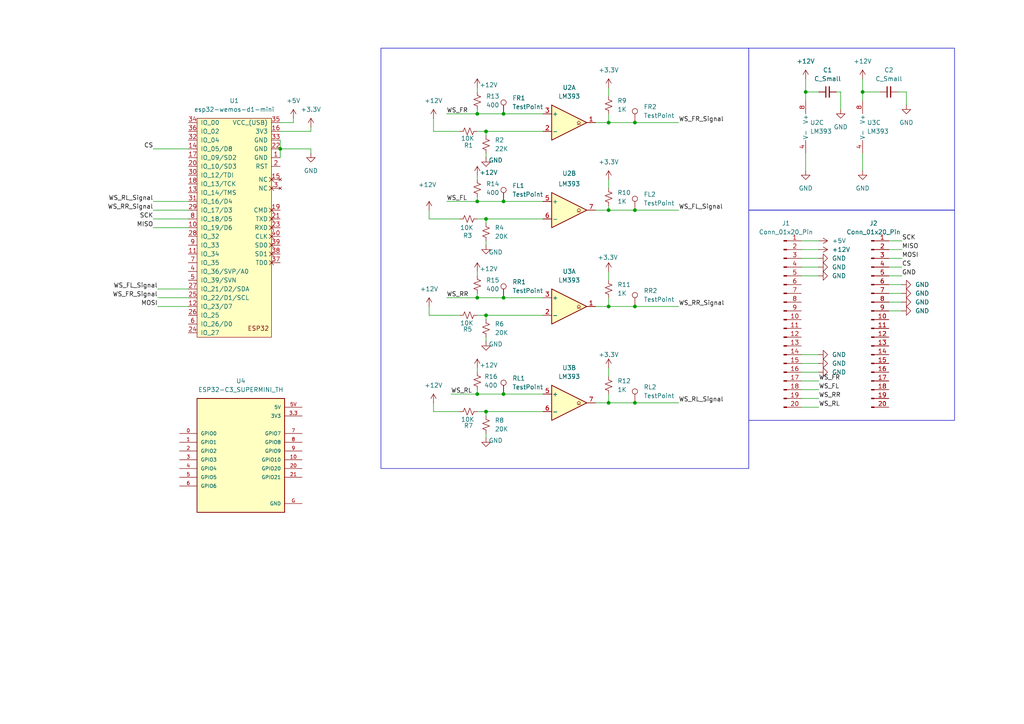
<source format=kicad_sch>
(kicad_sch (version 20250114) (generator "eeschema") (generator_version "9.0")
  (paper "A4")
  (lib_symbols
    (symbol "Comparator:LM393" (pin_names (offset 0.127))
      (property "Reference" "U" (at 3.81 3.81 0))
      (property "Value" "LM393" (at 6.35 -3.81 0))
      (symbol "LM393_1_1"
        (polyline (pts (xy -5.08 5.08) (xy 5.08 0) (xy -5.08 -5.08) (xy -5.08 5.08)) (stroke (width 0.254)) (fill (type background)))
        (polyline (pts (xy 3.302 -0.508) (xy 2.794 -0.508) (xy 3.302 0) (xy 2.794 0.508) (xy 2.286 0) (xy 2.794 -0.508) (xy 2.286 -0.508)) (stroke (width 0.127)))
        (pin input line (at -7.62 2.54 0) (length 2.54) (name "+") (number "3"))
        (pin input line (at -7.62 -2.54 0) (length 2.54) (name "-") (number "2"))
        (pin open_collector line (at 7.62 0 180) (length 2.54) (name "~") (number "1"))
      )
      (symbol "LM393_2_1"
        (polyline (pts (xy -5.08 5.08) (xy 5.08 0) (xy -5.08 -5.08) (xy -5.08 5.08)) (stroke (width 0.254)) (fill (type background)))
        (polyline (pts (xy 3.302 -0.508) (xy 2.794 -0.508) (xy 3.302 0) (xy 2.794 0.508) (xy 2.286 0) (xy 2.794 -0.508) (xy 2.286 -0.508)) (stroke (width 0.127)))
        (pin input line (at -7.62 2.54 0) (length 2.54) (name "+") (number "5"))
        (pin input line (at -7.62 -2.54 0) (length 2.54) (name "-") (number "6"))
        (pin open_collector line (at 7.62 0 180) (length 2.54) (name "~") (number "7"))
      )
      (symbol "LM393_3_1"
        (pin power_in line (at -2.54 7.62 270) (length 3.81) (name "V+") (number "8"))
        (pin power_in line (at -2.54 -7.62 90) (length 3.81) (name "V-") (number "4"))
      )
    )
    (symbol "Connector:Conn_01x20_Pin" (pin_names (offset 1.016) (hide yes))
      (property "Reference" "J" (at 0 25.4 0))
      (property "Value" "Conn_01x20_Pin" (at 0 -27.94 0))
      (symbol "Conn_01x20_Pin_1_1"
        (rectangle (start 0.8636 22.987) (end 0 22.733) (stroke (width 0.1524)) (fill (type outline)))
        (rectangle (start 0.8636 20.447) (end 0 20.193) (stroke (width 0.1524)) (fill (type outline)))
        (rectangle (start 0.8636 17.907) (end 0 17.653) (stroke (width 0.1524)) (fill (type outline)))
        (rectangle (start 0.8636 15.367) (end 0 15.113) (stroke (width 0.1524)) (fill (type outline)))
        (rectangle (start 0.8636 12.827) (end 0 12.573) (stroke (width 0.1524)) (fill (type outline)))
        (rectangle (start 0.8636 10.287) (end 0 10.033) (stroke (width 0.1524)) (fill (type outline)))
        (rectangle (start 0.8636 7.747) (end 0 7.493) (stroke (width 0.1524)) (fill (type outline)))
        (rectangle (start 0.8636 5.207) (end 0 4.953) (stroke (width 0.1524)) (fill (type outline)))
        (rectangle (start 0.8636 2.667) (end 0 2.413) (stroke (width 0.1524)) (fill (type outline)))
        (rectangle (start 0.8636 0.127) (end 0 -0.127) (stroke (width 0.1524)) (fill (type outline)))
        (rectangle (start 0.8636 -2.413) (end 0 -2.667) (stroke (width 0.1524)) (fill (type outline)))
        (rectangle (start 0.8636 -4.953) (end 0 -5.207) (stroke (width 0.1524)) (fill (type outline)))
        (rectangle (start 0.8636 -7.493) (end 0 -7.747) (stroke (width 0.1524)) (fill (type outline)))
        (rectangle (start 0.8636 -10.033) (end 0 -10.287) (stroke (width 0.1524)) (fill (type outline)))
        (rectangle (start 0.8636 -12.573) (end 0 -12.827) (stroke (width 0.1524)) (fill (type outline)))
        (rectangle (start 0.8636 -15.113) (end 0 -15.367) (stroke (width 0.1524)) (fill (type outline)))
        (rectangle (start 0.8636 -17.653) (end 0 -17.907) (stroke (width 0.1524)) (fill (type outline)))
        (rectangle (start 0.8636 -20.193) (end 0 -20.447) (stroke (width 0.1524)) (fill (type outline)))
        (rectangle (start 0.8636 -22.733) (end 0 -22.987) (stroke (width 0.1524)) (fill (type outline)))
        (rectangle (start 0.8636 -25.273) (end 0 -25.527) (stroke (width 0.1524)) (fill (type outline)))
        (polyline (pts (xy 1.27 22.86) (xy 0.8636 22.86)) (stroke (width 0.1524)))
        (polyline (pts (xy 1.27 20.32) (xy 0.8636 20.32)) (stroke (width 0.1524)))
        (polyline (pts (xy 1.27 17.78) (xy 0.8636 17.78)) (stroke (width 0.1524)))
        (polyline (pts (xy 1.27 15.24) (xy 0.8636 15.24)) (stroke (width 0.1524)))
        (polyline (pts (xy 1.27 12.7) (xy 0.8636 12.7)) (stroke (width 0.1524)))
        (polyline (pts (xy 1.27 10.16) (xy 0.8636 10.16)) (stroke (width 0.1524)))
        (polyline (pts (xy 1.27 7.62) (xy 0.8636 7.62)) (stroke (width 0.1524)))
        (polyline (pts (xy 1.27 5.08) (xy 0.8636 5.08)) (stroke (width 0.1524)))
        (polyline (pts (xy 1.27 2.54) (xy 0.8636 2.54)) (stroke (width 0.1524)))
        (polyline (pts (xy 1.27 0) (xy 0.8636 0)) (stroke (width 0.1524)))
        (polyline (pts (xy 1.27 -2.54) (xy 0.8636 -2.54)) (stroke (width 0.1524)))
        (polyline (pts (xy 1.27 -5.08) (xy 0.8636 -5.08)) (stroke (width 0.1524)))
        (polyline (pts (xy 1.27 -7.62) (xy 0.8636 -7.62)) (stroke (width 0.1524)))
        (polyline (pts (xy 1.27 -10.16) (xy 0.8636 -10.16)) (stroke (width 0.1524)))
        (polyline (pts (xy 1.27 -12.7) (xy 0.8636 -12.7)) (stroke (width 0.1524)))
        (polyline (pts (xy 1.27 -15.24) (xy 0.8636 -15.24)) (stroke (width 0.1524)))
        (polyline (pts (xy 1.27 -17.78) (xy 0.8636 -17.78)) (stroke (width 0.1524)))
        (polyline (pts (xy 1.27 -20.32) (xy 0.8636 -20.32)) (stroke (width 0.1524)))
        (polyline (pts (xy 1.27 -22.86) (xy 0.8636 -22.86)) (stroke (width 0.1524)))
        (polyline (pts (xy 1.27 -25.4) (xy 0.8636 -25.4)) (stroke (width 0.1524)))
        (pin passive line (at 5.08 22.86 180) (length 3.81) (name "Pin_1") (number "1"))
        (pin passive line (at 5.08 20.32 180) (length 3.81) (name "Pin_2") (number "2"))
        (pin passive line (at 5.08 17.78 180) (length 3.81) (name "Pin_3") (number "3"))
        (pin passive line (at 5.08 15.24 180) (length 3.81) (name "Pin_4") (number "4"))
        (pin passive line (at 5.08 12.7 180) (length 3.81) (name "Pin_5") (number "5"))
        (pin passive line (at 5.08 10.16 180) (length 3.81) (name "Pin_6") (number "6"))
        (pin passive line (at 5.08 7.62 180) (length 3.81) (name "Pin_7") (number "7"))
        (pin passive line (at 5.08 5.08 180) (length 3.81) (name "Pin_8") (number "8"))
        (pin passive line (at 5.08 2.54 180) (length 3.81) (name "Pin_9") (number "9"))
        (pin passive line (at 5.08 0 180) (length 3.81) (name "Pin_10") (number "10"))
        (pin passive line (at 5.08 -2.54 180) (length 3.81) (name "Pin_11") (number "11"))
        (pin passive line (at 5.08 -5.08 180) (length 3.81) (name "Pin_12") (number "12"))
        (pin passive line (at 5.08 -7.62 180) (length 3.81) (name "Pin_13") (number "13"))
        (pin passive line (at 5.08 -10.16 180) (length 3.81) (name "Pin_14") (number "14"))
        (pin passive line (at 5.08 -12.7 180) (length 3.81) (name "Pin_15") (number "15"))
        (pin passive line (at 5.08 -15.24 180) (length 3.81) (name "Pin_16") (number "16"))
        (pin passive line (at 5.08 -17.78 180) (length 3.81) (name "Pin_17") (number "17"))
        (pin passive line (at 5.08 -20.32 180) (length 3.81) (name "Pin_18") (number "18"))
        (pin passive line (at 5.08 -22.86 180) (length 3.81) (name "Pin_19") (number "19"))
        (pin passive line (at 5.08 -25.4 180) (length 3.81) (name "Pin_20") (number "20"))
      )
    )
    (symbol "Connector:TestPoint" (pin_numbers (hide yes)) (pin_names (offset 0.762) (hide yes))
      (property "Reference" "TP" (at 0 6.858 0))
      (property "Value" "TestPoint" (at 0 5.08 0))
      (symbol "TestPoint_0_1"
        (circle (center 0 3.302) (radius 0.762))
      )
      (symbol "TestPoint_1_1"
        (pin passive line (at 0 0 90) (length 2.54) (name "1") (number "1"))
      )
    )
    (symbol "Device:C_Small" (pin_numbers (hide yes)) (pin_names (offset 0.254) (hide yes))
      (property "Reference" "C" (at 0.254 1.778 0))
      (property "Value" "C_Small" (at 0.254 -2.032 0))
      (symbol "C_Small_0_1"
        (polyline (pts (xy -1.524 0.508) (xy 1.524 0.508)) (stroke (width 0.3048)))
        (polyline (pts (xy -1.524 -0.508) (xy 1.524 -0.508)) (stroke (width 0.3302)))
      )
      (symbol "C_Small_1_1"
        (pin passive line (at 0 2.54 270) (length 2.032) (name "~") (number "1"))
        (pin passive line (at 0 -2.54 90) (length 2.032) (name "~") (number "2"))
      )
    )
    (symbol "Device:R_Small_US" (pin_numbers (hide yes)) (pin_names (offset 0.254) (hide yes))
      (property "Reference" "R" (at 0.762 0.508 0))
      (property "Value" "R_Small_US" (at 0.762 -1.016 0))
      (symbol "R_Small_US_1_1"
        (polyline (pts (xy 0 1.524) (xy 1.016 1.143) (xy 0 0.762) (xy -1.016 0.381) (xy 0 0)))
        (polyline (pts (xy 0 0) (xy 1.016 -0.381) (xy 0 -0.762) (xy -1.016 -1.143) (xy 0 -1.524)))
        (pin passive line (at 0 2.54 270) (length 1.016) (name "~") (number "1"))
        (pin passive line (at 0 -2.54 90) (length 1.016) (name "~") (number "2"))
      )
    )
    (symbol "ESP32-C3_SUPERMINI_TH:ESP32-C3_SUPERMINI_TH" (pin_names (offset 1.016))
      (property "Reference" "U" (at -12.7 16.002 0))
      (property "Value" "ESP32-C3_SUPERMINI_TH" (at -12.7 -20.32 0))
      (symbol "ESP32-C3_SUPERMINI_TH_0_0"
        (rectangle (start -12.7 -17.78) (end 12.7 15.24) (stroke (width 0.254)) (fill (type background)))
        (pin bidirectional line (at -17.78 5.08 0) (length 5.08) (name "GPIO0") (number "0"))
        (pin bidirectional line (at -17.78 2.54 0) (length 5.08) (name "GPIO1") (number "1"))
        (pin bidirectional line (at -17.78 0 0) (length 5.08) (name "GPIO2") (number "2"))
        (pin bidirectional line (at -17.78 -2.54 0) (length 5.08) (name "GPIO3") (number "3"))
        (pin bidirectional line (at -17.78 -5.08 0) (length 5.08) (name "GPIO4") (number "4"))
        (pin bidirectional line (at -17.78 -7.62 0) (length 5.08) (name "GPIO5") (number "5"))
        (pin bidirectional line (at -17.78 -10.16 0) (length 5.08) (name "GPIO6") (number "6"))
        (pin power_in line (at 17.78 12.7 180) (length 5.08) (name "5V") (number "5V"))
        (pin power_in line (at 17.78 10.16 180) (length 5.08) (name "3V3") (number "3.3"))
        (pin bidirectional line (at 17.78 5.08 180) (length 5.08) (name "GPIO7") (number "7"))
        (pin bidirectional line (at 17.78 2.54 180) (length 5.08) (name "GPIO8") (number "8"))
        (pin bidirectional line (at 17.78 0 180) (length 5.08) (name "GPIO9") (number "9"))
        (pin bidirectional line (at 17.78 -2.54 180) (length 5.08) (name "GPIO10") (number "10"))
        (pin bidirectional line (at 17.78 -5.08 180) (length 5.08) (name "GPIO20") (number "20"))
        (pin bidirectional line (at 17.78 -7.62 180) (length 5.08) (name "GPIO21") (number "21"))
        (pin power_in line (at 17.78 -15.24 180) (length 5.08) (name "GND") (number "G"))
      )
    )
    (symbol "esp32-wemos-d1-mini:esp32-wemos-d1-mini" (pin_names (offset 1.016))
      (property "Reference" "U" (at -7.62 -50.8 0))
      (property "Value" "esp32-wemos-d1-mini" (at 5.08 -59.69 0))
      (symbol "esp32-wemos-d1-mini_0_0"
        (text "ESP32" (at 7.62 -62.23 0) (effects (font (size 1.27 1.27))))
        (pin bidirectional line (at -12.7 -45.72 0) (length 2.54) (name "IO_36/SVP/A0") (number "4"))
        (pin bidirectional line (at -12.7 -48.26 0) (length 2.54) (name "IO_39/SVN") (number "5"))
        (pin power_in line (at 13.97 -12.7 180) (length 2.54) (name "GND") (number "1"))
        (pin input line (at 13.97 -15.24 180) (length 2.54) (name "RST") (number "2"))
        (pin no_connect non_logic (at 13.97 -21.59 180) (length 2.54) (name "NC") (number "3"))
      )
      (symbol "esp32-wemos-d1-mini_0_1"
        (rectangle (start -10.16 -1.27) (end 11.43 -64.77) (fill (type background)))
      )
      (symbol "esp32-wemos-d1-mini_1_1"
        (pin bidirectional line (at -12.7 -2.54 0) (length 2.54) (name "IO_00") (number "34"))
        (pin bidirectional line (at -12.7 -5.08 0) (length 2.54) (name "IO_02") (number "36"))
        (pin bidirectional line (at -12.7 -7.62 0) (length 2.54) (name "IO_04") (number "32"))
        (pin bidirectional line (at -12.7 -10.16 0) (length 2.54) (name "IO_05/D8") (number "14"))
        (pin bidirectional line (at -12.7 -12.7 0) (length 2.54) (name "IO_09/SD2") (number "17"))
        (pin bidirectional line (at -12.7 -15.24 0) (length 2.54) (name "IO_10/SD3") (number "20"))
        (pin bidirectional line (at -12.7 -17.78 0) (length 2.54) (name "IO_12/TDI") (number "30"))
        (pin bidirectional line (at -12.7 -20.32 0) (length 2.54) (name "IO_13/TCK") (number "18"))
        (pin bidirectional line (at -12.7 -22.86 0) (length 2.54) (name "IO_14/TMS") (number "13"))
        (pin bidirectional line (at -12.7 -25.4 0) (length 2.54) (name "IO_16/D4") (number "31"))
        (pin bidirectional line (at -12.7 -27.94 0) (length 2.54) (name "IO_17/D3") (number "29"))
        (pin bidirectional line (at -12.7 -30.48 0) (length 2.54) (name "IO_18/D5") (number "8"))
        (pin bidirectional line (at -12.7 -33.02 0) (length 2.54) (name "IO_19/D6") (number "10"))
        (pin bidirectional line (at -12.7 -35.56 0) (length 2.54) (name "IO_32") (number "28"))
        (pin bidirectional line (at -12.7 -38.1 0) (length 2.54) (name "IO_33") (number "9"))
        (pin bidirectional line (at -12.7 -40.64 0) (length 2.54) (name "IO_34") (number "11"))
        (pin bidirectional line (at -12.7 -43.18 0) (length 2.54) (name "IO_35") (number "7"))
        (pin bidirectional line (at -12.7 -50.8 0) (length 2.54) (name "IO_21/D2/SDA") (number "27"))
        (pin bidirectional line (at -12.7 -53.34 0) (length 2.54) (name "IO_22/D1/SCL") (number "25"))
        (pin bidirectional line (at -12.7 -55.88 0) (length 2.54) (name "IO_23/D7") (number "12"))
        (pin bidirectional line (at -12.7 -58.42 0) (length 2.54) (name "IO_25") (number "26"))
        (pin bidirectional line (at -12.7 -60.96 0) (length 2.54) (name "IO_26/D0") (number "6"))
        (pin bidirectional line (at -12.7 -63.5 0) (length 2.54) (name "IO_27") (number "24"))
        (pin power_in line (at 13.97 -2.54 180) (length 2.54) (name "VCC_(USB)") (number "35"))
        (pin power_in line (at 13.97 -5.08 180) (length 2.54) (name "3V3") (number "16"))
        (pin power_in line (at 13.97 -7.62 180) (length 2.54) (name "GND") (number "33"))
        (pin power_in line (at 13.97 -10.16 180) (length 2.54) (name "GND") (number "22"))
        (pin no_connect non_logic (at 13.97 -19.05 180) (length 2.54) (name "NC") (number "15"))
        (pin passive non_logic (at 13.97 -27.94 180) (length 2.54) (name "CMD") (number "19"))
        (pin passive non_logic (at 13.97 -30.48 180) (length 2.54) (name "TXD") (number "21"))
        (pin passive non_logic (at 13.97 -33.02 180) (length 2.54) (name "RXD") (number "23"))
        (pin passive non_logic (at 13.97 -35.56 180) (length 2.54) (name "CLK") (number "40"))
        (pin passive non_logic (at 13.97 -38.1 180) (length 2.54) (name "SD0") (number "39"))
        (pin passive non_logic (at 13.97 -40.64 180) (length 2.54) (name "SD1") (number "38"))
        (pin passive non_logic (at 13.97 -43.18 180) (length 2.54) (name "TD0") (number "37"))
      )
    )
    (symbol "power:+12V" (power) (pin_numbers (hide yes)) (pin_names (offset 0) (hide yes))
      (property "Value" "+12V" (at 0 3.556 0))
      (symbol "+12V_0_1"
        (polyline (pts (xy -0.762 1.27) (xy 0 2.54)))
        (polyline (pts (xy 0 2.54) (xy 0.762 1.27)))
        (polyline (pts (xy 0 0) (xy 0 2.54)))
      )
      (symbol "+12V_1_1"
        (pin power_in line (at 0 0 90) (length 0) (name "~") (number "1"))
      )
    )
    (symbol "power:+3.3V" (power) (pin_numbers (hide yes)) (pin_names (offset 0) (hide yes))
      (property "Value" "+3.3V" (at 0 3.556 0))
      (symbol "+3.3V_0_1"
        (polyline (pts (xy -0.762 1.27) (xy 0 2.54)))
        (polyline (pts (xy 0 2.54) (xy 0.762 1.27)))
        (polyline (pts (xy 0 0) (xy 0 2.54)))
      )
      (symbol "+3.3V_1_1"
        (pin power_in line (at 0 0 90) (length 0) (name "~") (number "1"))
      )
    )
    (symbol "power:+5V" (power) (pin_numbers (hide yes)) (pin_names (offset 0) (hide yes))
      (property "Value" "+5V" (at 0 3.556 0))
      (symbol "+5V_0_1"
        (polyline (pts (xy -0.762 1.27) (xy 0 2.54)))
        (polyline (pts (xy 0 2.54) (xy 0.762 1.27)))
        (polyline (pts (xy 0 0) (xy 0 2.54)))
      )
      (symbol "+5V_1_1"
        (pin power_in line (at 0 0 90) (length 0) (name "~") (number "1"))
      )
    )
    (symbol "power:GND" (power) (pin_numbers (hide yes)) (pin_names (offset 0) (hide yes))
      (property "Value" "GND" (at 0 -3.81 0))
      (symbol "GND_0_1"
        (polyline (pts (xy 0 0) (xy 0 -1.27) (xy 1.27 -1.27) (xy 0 -2.54) (xy -1.27 -1.27) (xy 0 -1.27)))
      )
      (symbol "GND_1_1"
        (pin power_in line (at 0 0 270) (length 0) (name "~") (number "1"))
      )
    )
  )
  (rectangle (start 110.49 13.97) (end 217.17 135.89))
  (rectangle (start 217.17 60.96) (end 276.86 121.92))
  (rectangle (start 217.17 13.97) (end 276.86 60.96))
  (junction (at 140.97 63.5))
  (junction (at 138.43 86.36))
  (junction (at 146.05 33.02))
  (junction (at 146.05 58.42))
  (junction (at 184.15 35.56))
  (junction (at 140.97 119.38))
  (junction (at 138.43 114.3))
  (junction (at 176.53 88.9))
  (junction (at 233.68 26.67))
  (junction (at 138.43 58.42))
  (junction (at 250.19 26.67))
  (junction (at 146.05 114.3))
  (junction (at 184.15 116.84))
  (junction (at 176.53 60.96))
  (junction (at 176.53 35.56))
  (junction (at 138.43 33.02))
  (junction (at 146.05 86.36))
  (junction (at 184.15 60.96))
  (junction (at 81.28 43.18))
  (junction (at 176.53 116.84))
  (junction (at 184.15 88.9))
  (junction (at 140.97 91.44))
  (junction (at 140.97 38.1))
  (wire (pts (xy 140.97 38.1) (xy 157.48 38.1)))
  (wire (pts (xy 232.41 74.93) (xy 237.49 74.93)))
  (wire (pts (xy 184.15 60.96) (xy 196.85 60.96)))
  (wire (pts (xy 233.68 26.67) (xy 233.68 29.21)))
  (wire (pts (xy 90.17 44.45) (xy 90.17 43.18)))
  (wire (pts (xy 232.41 69.85) (xy 237.49 69.85)))
  (wire (pts (xy 176.53 59.69) (xy 176.53 60.96)))
  (wire (pts (xy 250.19 26.67) (xy 250.19 29.21)))
  (wire (pts (xy 176.53 35.56) (xy 184.15 35.56)))
  (wire (pts (xy 140.97 91.44) (xy 157.48 91.44)))
  (wire (pts (xy 257.81 74.93) (xy 261.62 74.93)))
  (wire (pts (xy 140.97 119.38) (xy 140.97 120.65)))
  (wire (pts (xy 140.97 91.44) (xy 140.97 92.71)))
  (wire (pts (xy 146.05 114.3) (xy 157.48 114.3)))
  (wire (pts (xy 257.81 80.01) (xy 261.62 80.01)))
  (wire (pts (xy 44.45 60.96) (xy 54.61 60.96)))
  (wire (pts (xy 138.43 113.03) (xy 138.43 114.3)))
  (wire (pts (xy 90.17 38.1) (xy 81.28 38.1)))
  (wire (pts (xy 125.73 116.84) (xy 125.73 119.38)))
  (wire (pts (xy 146.05 58.42) (xy 157.48 58.42)))
  (wire (pts (xy 44.45 43.18) (xy 54.61 43.18)))
  (wire (pts (xy 257.81 85.09) (xy 261.62 85.09)))
  (wire (pts (xy 172.72 35.56) (xy 176.53 35.56)))
  (wire (pts (xy 232.41 77.47) (xy 237.49 77.47)))
  (wire (pts (xy 243.84 26.67) (xy 243.84 31.75)))
  (wire (pts (xy 125.73 38.1) (xy 133.35 38.1)))
  (wire (pts (xy 250.19 22.86) (xy 250.19 26.67)))
  (wire (pts (xy 138.43 33.02) (xy 146.05 33.02)))
  (wire (pts (xy 257.81 69.85) (xy 261.62 69.85)))
  (wire (pts (xy 233.68 44.45) (xy 233.68 49.53)))
  (wire (pts (xy 233.68 26.67) (xy 237.49 26.67)))
  (wire (pts (xy 125.73 119.38) (xy 133.35 119.38)))
  (wire (pts (xy 85.09 35.56) (xy 81.28 35.56)))
  (wire (pts (xy 124.46 60.96) (xy 124.46 63.5)))
  (wire (pts (xy 138.43 106.68) (xy 138.43 107.95)))
  (wire (pts (xy 45.72 88.9) (xy 54.61 88.9)))
  (wire (pts (xy 130.81 114.3) (xy 138.43 114.3)))
  (wire (pts (xy 140.97 63.5) (xy 157.48 63.5)))
  (wire (pts (xy 232.41 115.57) (xy 237.49 115.57)))
  (wire (pts (xy 124.46 63.5) (xy 133.35 63.5)))
  (wire (pts (xy 172.72 116.84) (xy 176.53 116.84)))
  (wire (pts (xy 262.89 26.67) (xy 262.89 30.48)))
  (wire (pts (xy 138.43 114.3) (xy 146.05 114.3)))
  (wire (pts (xy 176.53 88.9) (xy 184.15 88.9)))
  (wire (pts (xy 124.46 88.9) (xy 124.46 91.44)))
  (wire (pts (xy 232.41 118.11) (xy 237.49 118.11)))
  (wire (pts (xy 44.45 63.5) (xy 54.61 63.5)))
  (wire (pts (xy 129.54 58.42) (xy 138.43 58.42)))
  (wire (pts (xy 250.19 26.67) (xy 255.27 26.67)))
  (wire (pts (xy 140.97 97.79) (xy 140.97 99.06)))
  (wire (pts (xy 138.43 63.5) (xy 140.97 63.5)))
  (wire (pts (xy 45.72 83.82) (xy 54.61 83.82)))
  (wire (pts (xy 44.45 58.42) (xy 54.61 58.42)))
  (wire (pts (xy 257.81 87.63) (xy 261.62 87.63)))
  (wire (pts (xy 233.68 22.86) (xy 233.68 26.67)))
  (wire (pts (xy 90.17 43.18) (xy 81.28 43.18)))
  (wire (pts (xy 129.54 33.02) (xy 138.43 33.02)))
  (wire (pts (xy 44.45 66.04) (xy 54.61 66.04)))
  (wire (pts (xy 232.41 107.95) (xy 237.49 107.95)))
  (wire (pts (xy 257.81 72.39) (xy 261.62 72.39)))
  (wire (pts (xy 140.97 119.38) (xy 157.48 119.38)))
  (wire (pts (xy 176.53 33.02) (xy 176.53 35.56)))
  (wire (pts (xy 140.97 125.73) (xy 140.97 127)))
  (wire (pts (xy 250.19 44.45) (xy 250.19 49.53)))
  (wire (pts (xy 124.46 91.44) (xy 133.35 91.44)))
  (wire (pts (xy 232.41 113.03) (xy 237.49 113.03)))
  (wire (pts (xy 81.28 43.18) (xy 81.28 45.72)))
  (wire (pts (xy 232.41 80.01) (xy 237.49 80.01)))
  (wire (pts (xy 176.53 78.74) (xy 176.53 81.28)))
  (wire (pts (xy 45.72 86.36) (xy 54.61 86.36)))
  (wire (pts (xy 242.57 26.67) (xy 243.84 26.67)))
  (wire (pts (xy 140.97 69.85) (xy 140.97 71.12)))
  (wire (pts (xy 176.53 116.84) (xy 184.15 116.84)))
  (wire (pts (xy 138.43 78.74) (xy 138.43 80.01)))
  (wire (pts (xy 138.43 31.75) (xy 138.43 33.02)))
  (wire (pts (xy 85.09 34.29) (xy 85.09 35.56)))
  (wire (pts (xy 184.15 35.56) (xy 196.85 35.56)))
  (wire (pts (xy 184.15 116.84) (xy 196.85 116.84)))
  (wire (pts (xy 172.72 60.96) (xy 176.53 60.96)))
  (wire (pts (xy 146.05 33.02) (xy 157.48 33.02)))
  (wire (pts (xy 138.43 58.42) (xy 146.05 58.42)))
  (wire (pts (xy 184.15 88.9) (xy 196.85 88.9)))
  (wire (pts (xy 176.53 52.07) (xy 176.53 54.61)))
  (wire (pts (xy 129.54 86.36) (xy 138.43 86.36)))
  (wire (pts (xy 125.73 34.29) (xy 125.73 38.1)))
  (wire (pts (xy 90.17 36.83) (xy 90.17 38.1)))
  (wire (pts (xy 176.53 86.36) (xy 176.53 88.9)))
  (wire (pts (xy 237.49 72.39) (xy 232.41 72.39)))
  (wire (pts (xy 138.43 85.09) (xy 138.43 86.36)))
  (wire (pts (xy 138.43 119.38) (xy 140.97 119.38)))
  (wire (pts (xy 81.28 40.64) (xy 81.28 43.18)))
  (wire (pts (xy 140.97 38.1) (xy 140.97 39.37)))
  (wire (pts (xy 146.05 86.36) (xy 157.48 86.36)))
  (wire (pts (xy 138.43 50.8) (xy 138.43 52.07)))
  (wire (pts (xy 176.53 60.96) (xy 184.15 60.96)))
  (wire (pts (xy 232.41 105.41) (xy 237.49 105.41)))
  (wire (pts (xy 172.72 88.9) (xy 176.53 88.9)))
  (wire (pts (xy 257.81 82.55) (xy 261.62 82.55)))
  (wire (pts (xy 176.53 106.68) (xy 176.53 109.22)))
  (wire (pts (xy 140.97 45.72) (xy 140.97 44.45)))
  (wire (pts (xy 257.81 77.47) (xy 261.62 77.47)))
  (wire (pts (xy 138.43 91.44) (xy 140.97 91.44)))
  (wire (pts (xy 138.43 86.36) (xy 146.05 86.36)))
  (wire (pts (xy 176.53 114.3) (xy 176.53 116.84)))
  (wire (pts (xy 257.81 90.17) (xy 261.62 90.17)))
  (wire (pts (xy 138.43 25.4) (xy 138.43 26.67)))
  (wire (pts (xy 260.35 26.67) (xy 262.89 26.67)))
  (wire (pts (xy 232.41 110.49) (xy 237.49 110.49)))
  (wire (pts (xy 232.41 102.87) (xy 237.49 102.87)))
  (wire (pts (xy 140.97 63.5) (xy 140.97 64.77)))
  (wire (pts (xy 138.43 57.15) (xy 138.43 58.42)))
  (wire (pts (xy 138.43 38.1) (xy 140.97 38.1)))
  (wire (pts (xy 176.53 25.4) (xy 176.53 27.94)))
  (label "WS_FR" (at 129.54 33.02 0))
  (label "WS_FR" (at 237.49 110.49 0))
  (label "MOSI" (at 45.72 88.9 180))
  (label "WS_RL_Signal" (at 196.85 116.84 0))
  (label "WS_FL" (at 129.54 58.42 0))
  (label "WS_RR" (at 129.54 86.36 0))
  (label "CS" (at 44.45 43.18 180))
  (label "CS" (at 261.62 77.47 0))
  (label "WS_FL_Signal" (at 196.85 60.96 0))
  (label "WS_RR" (at 237.49 115.57 0))
  (label "SCK" (at 44.45 63.5 180))
  (label "WS_RR_Signal" (at 44.45 60.96 180))
  (label "WS_FL" (at 237.49 113.03 0))
  (label "MISO" (at 44.45 66.04 180))
  (label "WS_FL_Signal" (at 45.72 83.82 180))
  (label "WS_FR_Signal" (at 45.72 86.36 180))
  (label "SCK" (at 261.62 69.85 0))
  (label "WS_FR_Signal" (at 196.85 35.56 0))
  (label "WS_RL" (at 130.81 114.3 0))
  (label "MISO" (at 261.62 72.39 0))
  (label "MOSI" (at 261.62 74.93 0))
  (label "GND" (at 261.62 80.01 0))
  (label "WS_RR_Signal" (at 196.85 88.9 0))
  (label "WS_RL" (at 237.49 118.11 0))
  (label "WS_RL_Signal" (at 44.45 58.42 180))
  (symbol (lib_id "power:GND") (at 237.49 77.47 90) (unit 1)
    (property "Reference" "#PWR033" (effects (hide yes)))
    (property "Value" "GND" (at 241.3 77.4699 90) (effects (justify right)))
    (property "Description" "Power symbol creates a global label with name \"GND\" , ground" (effects (hide yes)))
  )
  (symbol (lib_id "Comparator:LM393") (at 252.73 36.83 0) (unit 3)
    (property "Reference" "U3" (at 251.46 35.5599 0) (effects (justify left)))
    (property "Value" "LM393" (at 251.46 38.0999 0) (effects (justify left)))
    (property "Footprint" "LM393:SO8_STM" (effects (hide yes)))
    (property "Datasheet" "http://www.ti.com/lit/ds/symlink/lm393.pdf" (effects (hide yes)))
    (property "Description" "Low-Power, Low-Offset Voltage, Dual Comparators, DIP-8/SOIC-8/TO-99-8" (effects (hide yes)))
  )
  (symbol (lib_id "Comparator:LM393") (at 165.1 35.56 0) (unit 1)
    (property "Reference" "U2" (at 165.1 25.4 0))
    (property "Value" "LM393" (at 165.1 27.94 0))
    (property "Footprint" "LM393:SO8_STM" (effects (hide yes)))
    (property "Datasheet" "http://www.ti.com/lit/ds/symlink/lm393.pdf" (effects (hide yes)))
    (property "Description" "Low-Power, Low-Offset Voltage, Dual Comparators, DIP-8/SOIC-8/TO-99-8" (effects (hide yes)))
  )
  (symbol (lib_id "power:+12V") (at 138.43 50.8 0) (unit 1)
    (property "Reference" "#PWR024" (effects (hide yes)))
    (property "Value" "+12V" (at 141.732 50.038 0))
    (property "Description" "Power symbol creates a global label with name \"+12V\"" (effects (hide yes)))
  )
  (symbol (lib_id "Device:C_Small") (at 257.81 26.67 90) (unit 1)
    (property "Reference" "C2" (at 257.8163 20.32 90))
    (property "Value" "C_Small" (at 257.8163 22.86 90))
    (property "Footprint" "Capacitor_SMD:C_0603_1608Metric_Pad1.08x0.95mm_HandSolder" (effects (hide yes)))
    (property "Description" "Unpolarized capacitor, small symbol" (effects (hide yes)))
  )
  (symbol (lib_id "power:GND") (at 237.49 105.41 90) (unit 1)
    (property "Reference" "#PWR036" (effects (hide yes)))
    (property "Value" "GND" (at 241.3 105.4099 90) (effects (justify right)))
    (property "Description" "Power symbol creates a global label with name \"GND\" , ground" (effects (hide yes)))
  )
  (symbol (lib_id "Connector:Conn_01x20_Pin") (at 252.73 92.71 0) (unit 1)
    (property "Reference" "J2" (at 253.365 64.77 0))
    (property "Value" "Conn_01x20_Pin" (at 253.365 67.31 0))
    (property "Footprint" "Connector_PinHeader_2.54mm:PinHeader_1x20_P2.54mm_Vertical" (effects (hide yes)))
    (property "Description" "Generic connector, single row, 01x20, script generated" (effects (hide yes)))
  )
  (symbol (lib_id "power:+12V") (at 237.49 72.39 270) (unit 1)
    (property "Reference" "#PWR028" (effects (hide yes)))
    (property "Value" "+12V" (at 241.3 72.3899 90) (effects (justify left)))
    (property "Description" "Power symbol creates a global label with name \"+12V\"" (effects (hide yes)))
  )
  (symbol (lib_id "Device:R_Small_US") (at 138.43 82.55 0) (unit 1)
    (property "Reference" "R15" (at 140.97 81.2799 0) (effects (justify left)))
    (property "Value" "400" (at 140.97 83.8199 0) (effects (justify left)))
    (property "Footprint" "Resistor_SMD:R_0603_1608Metric_Pad0.98x0.95mm_HandSolder" (effects (hide yes)))
    (property "Description" "Resistor, small US symbol" (effects (hide yes)))
  )
  (symbol (lib_id "Device:R_Small_US") (at 135.89 38.1 90) (unit 1)
    (property "Reference" "R1" (at 135.89 42.164 90))
    (property "Value" "10K" (at 135.636 40.132 90))
    (property "Footprint" "Resistor_SMD:R_0603_1608Metric_Pad0.98x0.95mm_HandSolder" (effects (hide yes)))
    (property "Description" "Resistor, small US symbol" (effects (hide yes)))
  )
  (symbol (lib_id "power:GND") (at 262.89 30.48 0) (unit 1)
    (property "Reference" "#PWR021" (effects (hide yes)))
    (property "Value" "GND" (at 262.89 35.56 0))
    (property "Description" "Power symbol creates a global label with name \"GND\" , ground" (effects (hide yes)))
  )
  (symbol (lib_id "power:GND") (at 90.17 44.45 0) (unit 1)
    (property "Reference" "#PWR014" (effects (hide yes)))
    (property "Value" "GND" (at 90.17 49.53 0))
    (property "Description" "Power symbol creates a global label with name \"GND\" , ground" (effects (hide yes)))
  )
  (symbol (lib_id "power:+12V") (at 138.43 25.4 0) (unit 1)
    (property "Reference" "#PWR025" (effects (hide yes)))
    (property "Value" "+12V" (at 141.732 24.638 0))
    (property "Description" "Power symbol creates a global label with name \"+12V\"" (effects (hide yes)))
  )
  (symbol (lib_id "Connector:TestPoint") (at 184.15 60.96 0) (unit 1)
    (property "Reference" "FL2" (at 186.69 56.3879 0) (effects (justify left)))
    (property "Value" "TestPoint" (at 186.69 58.9279 0) (effects (justify left)))
    (property "Footprint" "TestPoint:TestPoint_Bridge_Pitch2.54mm_Drill0.7mm" (effects (hide yes)))
    (property "Description" "test point" (effects (hide yes)))
  )
  (symbol (lib_id "power:GND") (at 237.49 102.87 90) (unit 1)
    (property "Reference" "#PWR037" (effects (hide yes)))
    (property "Value" "GND" (at 241.3 102.8699 90) (effects (justify right)))
    (property "Description" "Power symbol creates a global label with name \"GND\" , ground" (effects (hide yes)))
  )
  (symbol (lib_id "Device:R_Small_US") (at 140.97 41.91 0) (unit 1)
    (property "Reference" "R2" (at 143.51 40.6399 0) (effects (justify left)))
    (property "Value" "22K" (at 143.51 43.1799 0) (effects (justify left)))
    (property "Footprint" "Resistor_SMD:R_0603_1608Metric_Pad0.98x0.95mm_HandSolder" (effects (hide yes)))
    (property "Description" "Resistor, small US symbol" (effects (hide yes)))
  )
  (symbol (lib_id "Device:R_Small_US") (at 140.97 95.25 0) (unit 1)
    (property "Reference" "R6" (at 143.51 93.9799 0) (effects (justify left)))
    (property "Value" "20K" (at 143.51 96.5199 0) (effects (justify left)))
    (property "Footprint" "Resistor_SMD:R_0603_1608Metric_Pad0.98x0.95mm_HandSolder" (effects (hide yes)))
    (property "Description" "Resistor, small US symbol" (effects (hide yes)))
  )
  (symbol (lib_id "power:GND") (at 250.19 49.53 0) (unit 1)
    (property "Reference" "#PWR012" (effects (hide yes)))
    (property "Value" "GND" (at 250.19 54.61 0))
    (property "Description" "Power symbol creates a global label with name \"GND\" , ground" (effects (hide yes)))
  )
  (symbol (lib_id "Device:R_Small_US") (at 176.53 30.48 0) (unit 1)
    (property "Reference" "R9" (at 179.07 29.2099 0) (effects (justify left)))
    (property "Value" "1K" (at 179.07 31.7499 0) (effects (justify left)))
    (property "Footprint" "Resistor_SMD:R_0603_1608Metric_Pad0.98x0.95mm_HandSolder" (effects (hide yes)))
    (property "Description" "Resistor, small US symbol" (effects (hide yes)))
  )
  (symbol (lib_id "power:+12V") (at 250.19 22.86 0) (unit 1)
    (property "Reference" "#PWR010" (effects (hide yes)))
    (property "Value" "+12V" (at 250.19 17.78 0))
    (property "Description" "Power symbol creates a global label with name \"+12V\"" (effects (hide yes)))
  )
  (symbol (lib_id "Connector:TestPoint") (at 146.05 86.36 0) (unit 1)
    (property "Reference" "RR1" (at 148.59 81.7879 0) (effects (justify left)))
    (property "Value" "TestPoint" (at 148.59 84.3279 0) (effects (justify left)))
    (property "Footprint" "TestPoint:TestPoint_Bridge_Pitch2.54mm_Drill0.7mm" (effects (hide yes)))
    (property "Description" "test point" (effects (hide yes)))
  )
  (symbol (lib_id "power:+12V") (at 124.46 60.96 0) (unit 1)
    (property "Reference" "#PWR02" (effects (hide yes)))
    (property "Value" "+12V" (at 123.952 53.594 0))
    (property "Description" "Power symbol creates a global label with name \"+12V\"" (effects (hide yes)))
  )
  (symbol (lib_id "power:GND") (at 233.68 49.53 0) (unit 1)
    (property "Reference" "#PWR011" (effects (hide yes)))
    (property "Value" "GND" (at 233.68 54.61 0))
    (property "Description" "Power symbol creates a global label with name \"GND\" , ground" (effects (hide yes)))
  )
  (symbol (lib_id "power:+3.3V") (at 176.53 106.68 0) (unit 1)
    (property "Reference" "#PWR018" (effects (hide yes)))
    (property "Value" "+3.3V" (at 176.53 102.87 0))
    (property "Description" "Power symbol creates a global label with name \"+3.3V\"" (effects (hide yes)))
  )
  (symbol (lib_id "Device:R_Small_US") (at 176.53 83.82 0) (unit 1)
    (property "Reference" "R11" (at 179.07 82.5499 0) (effects (justify left)))
    (property "Value" "1K" (at 179.07 85.0899 0) (effects (justify left)))
    (property "Footprint" "Resistor_SMD:R_0603_1608Metric_Pad0.98x0.95mm_HandSolder" (effects (hide yes)))
    (property "Description" "Resistor, small US symbol" (effects (hide yes)))
  )
  (symbol (lib_id "Comparator:LM393") (at 165.1 88.9 0) (unit 1)
    (property "Reference" "U3" (at 165.1 78.74 0))
    (property "Value" "LM393" (at 165.1 81.28 0))
    (property "Footprint" "LM393:SO8_STM" (effects (hide yes)))
    (property "Datasheet" "http://www.ti.com/lit/ds/symlink/lm393.pdf" (effects (hide yes)))
    (property "Description" "Low-Power, Low-Offset Voltage, Dual Comparators, DIP-8/SOIC-8/TO-99-8" (effects (hide yes)))
  )
  (symbol (lib_id "power:GND") (at 140.97 71.12 0) (unit 1)
    (property "Reference" "#PWR06" (effects (hide yes)))
    (property "Value" "GND" (at 143.764 73.152 0))
    (property "Description" "Power symbol creates a global label with name \"GND\" , ground" (effects (hide yes)))
  )
  (symbol (lib_id "Connector:TestPoint") (at 184.15 116.84 0) (unit 1)
    (property "Reference" "RL2" (at 186.69 112.2679 0) (effects (justify left)))
    (property "Value" "TestPoint" (at 186.69 114.8079 0) (effects (justify left)))
    (property "Footprint" "TestPoint:TestPoint_Bridge_Pitch2.54mm_Drill0.7mm" (effects (hide yes)))
    (property "Description" "test point" (effects (hide yes)))
  )
  (symbol (lib_id "power:GND") (at 261.62 90.17 90) (unit 1)
    (property "Reference" "#PWR032" (effects (hide yes)))
    (property "Value" "GND" (at 265.43 90.1699 90) (effects (justify right)))
    (property "Description" "Power symbol creates a global label with name \"GND\" , ground" (effects (hide yes)))
  )
  (symbol (lib_id "power:+3.3V") (at 90.17 36.83 0) (unit 1)
    (property "Reference" "#PWR013" (effects (hide yes)))
    (property "Value" "+3.3V" (at 90.17 31.75 0))
    (property "Description" "Power symbol creates a global label with name \"+3.3V\"" (effects (hide yes)))
  )
  (symbol (lib_id "power:GND") (at 140.97 99.06 0) (unit 1)
    (property "Reference" "#PWR07" (effects (hide yes)))
    (property "Value" "GND" (at 143.764 99.822 0))
    (property "Description" "Power symbol creates a global label with name \"GND\" , ground" (effects (hide yes)))
  )
  (symbol (lib_id "Device:C_Small") (at 240.03 26.67 90) (unit 1)
    (property "Reference" "C1" (at 240.0363 20.32 90))
    (property "Value" "C_Small" (at 240.0363 22.86 90))
    (property "Footprint" "Capacitor_SMD:C_0603_1608Metric_Pad1.08x0.95mm_HandSolder" (effects (hide yes)))
    (property "Description" "Unpolarized capacitor, small symbol" (effects (hide yes)))
  )
  (symbol (lib_id "Connector:TestPoint") (at 146.05 114.3 0) (unit 1)
    (property "Reference" "RL1" (at 148.59 109.7279 0) (effects (justify left)))
    (property "Value" "TestPoint" (at 148.59 112.2679 0) (effects (justify left)))
    (property "Footprint" "TestPoint:TestPoint_Bridge_Pitch2.54mm_Drill0.7mm" (effects (hide yes)))
    (property "Description" "test point" (effects (hide yes)))
  )
  (symbol (lib_id "power:+3.3V") (at 176.53 52.07 0) (unit 1)
    (property "Reference" "#PWR015" (effects (hide yes)))
    (property "Value" "+3.3V" (at 176.53 46.99 0))
    (property "Description" "Power symbol creates a global label with name \"+3.3V\"" (effects (hide yes)))
  )
  (symbol (lib_id "power:+12V") (at 124.46 88.9 0) (unit 1)
    (property "Reference" "#PWR03" (effects (hide yes)))
    (property "Value" "+12V" (at 124.46 83.82 0))
    (property "Description" "Power symbol creates a global label with name \"+12V\"" (effects (hide yes)))
  )
  (symbol (lib_id "esp32-wemos-d1-mini:esp32-wemos-d1-mini") (at 67.31 33.02 0) (unit 1)
    (property "Reference" "U1" (at 67.945 29.21 0))
    (property "Value" "esp32-wemos-d1-mini" (at 67.945 31.75 0))
    (property "Footprint" "kicad-esp32-wemos-d1-mini-master:esp32-wemos-d1-mini" (effects (hide yes)))
  )
  (symbol (lib_id "power:GND") (at 261.62 82.55 90) (unit 1)
    (property "Reference" "#PWR029" (effects (hide yes)))
    (property "Value" "GND" (at 265.43 82.5499 90) (effects (justify right)))
    (property "Description" "Power symbol creates a global label with name \"GND\" , ground" (effects (hide yes)))
  )
  (symbol (lib_id "Device:R_Small_US") (at 135.89 91.44 90) (unit 1)
    (property "Reference" "R5" (at 135.636 95.504 90))
    (property "Value" "10K" (at 135.382 93.726 90))
    (property "Footprint" "Resistor_SMD:R_0603_1608Metric_Pad0.98x0.95mm_HandSolder" (effects (hide yes)))
    (property "Description" "Resistor, small US symbol" (effects (hide yes)))
  )
  (symbol (lib_id "Device:R_Small_US") (at 140.97 123.19 0) (unit 1)
    (property "Reference" "R8" (at 143.51 121.9199 0) (effects (justify left)))
    (property "Value" "20K" (at 143.51 124.4599 0) (effects (justify left)))
    (property "Footprint" "Resistor_SMD:R_0603_1608Metric_Pad0.98x0.95mm_HandSolder" (effects (hide yes)))
    (property "Description" "Resistor, small US symbol" (effects (hide yes)))
  )
  (symbol (lib_id "power:GND") (at 140.97 127 0) (unit 1)
    (property "Reference" "#PWR08" (effects (hide yes)))
    (property "Value" "GND" (at 143.764 127.762 0))
    (property "Description" "Power symbol creates a global label with name \"GND\" , ground" (effects (hide yes)))
  )
  (symbol (lib_id "power:+12V") (at 125.73 34.29 0) (unit 1)
    (property "Reference" "#PWR01" (effects (hide yes)))
    (property "Value" "+12V" (at 125.73 29.21 0))
    (property "Description" "Power symbol creates a global label with name \"+12V\"" (effects (hide yes)))
  )
  (symbol (lib_id "power:+5V") (at 237.49 69.85 270) (unit 1)
    (property "Reference" "#PWR026" (effects (hide yes)))
    (property "Value" "+5V" (at 241.3 69.8499 90) (effects (justify left)))
    (property "Description" "Power symbol creates a global label with name \"+5V\"" (effects (hide yes)))
  )
  (symbol (lib_id "Comparator:LM393") (at 165.1 116.84 0) (unit 2)
    (property "Reference" "U3" (at 165.1 106.68 0))
    (property "Value" "LM393" (at 165.1 109.22 0))
    (property "Footprint" "LM393:SO8_STM" (effects (hide yes)))
    (property "Datasheet" "http://www.ti.com/lit/ds/symlink/lm393.pdf" (effects (hide yes)))
    (property "Description" "Low-Power, Low-Offset Voltage, Dual Comparators, DIP-8/SOIC-8/TO-99-8" (effects (hide yes)))
  )
  (symbol (lib_id "Device:R_Small_US") (at 138.43 110.49 0) (unit 1)
    (property "Reference" "R16" (at 140.462 109.22 0) (effects (justify left)))
    (property "Value" "400" (at 140.462 111.76 0) (effects (justify left)))
    (property "Footprint" "Resistor_SMD:R_0603_1608Metric_Pad0.98x0.95mm_HandSolder" (effects (hide yes)))
    (property "Description" "Resistor, small US symbol" (effects (hide yes)))
  )
  (symbol (lib_id "power:GND") (at 261.62 87.63 90) (unit 1)
    (property "Reference" "#PWR031" (effects (hide yes)))
    (property "Value" "GND" (at 265.43 87.6299 90) (effects (justify right)))
    (property "Description" "Power symbol creates a global label with name \"GND\" , ground" (effects (hide yes)))
  )
  (symbol (lib_id "power:+12V") (at 233.68 22.86 0) (unit 1)
    (property "Reference" "#PWR09" (effects (hide yes)))
    (property "Value" "+12V" (at 233.68 17.78 0))
    (property "Description" "Power symbol creates a global label with name \"+12V\"" (effects (hide yes)))
  )
  (symbol (lib_id "Device:R_Small_US") (at 135.89 63.5 90) (unit 1)
    (property "Reference" "R3" (at 135.636 68.326 90))
    (property "Value" "10K" (at 135.382 66.04 90))
    (property "Footprint" "Resistor_SMD:R_0603_1608Metric_Pad0.98x0.95mm_HandSolder" (effects (hide yes)))
    (property "Description" "Resistor, small US symbol" (effects (hide yes)))
  )
  (symbol (lib_id "Connector:Conn_01x20_Pin") (at 227.33 92.71 0) (unit 1)
    (property "Reference" "J1" (at 227.965 64.77 0))
    (property "Value" "Conn_01x20_Pin" (at 227.965 67.31 0))
    (property "Footprint" "Connector_PinHeader_2.54mm:PinHeader_1x20_P2.54mm_Vertical" (effects (hide yes)))
    (property "Description" "Generic connector, single row, 01x20, script generated" (effects (hide yes)))
  )
  (symbol (lib_id "power:GND") (at 261.62 85.09 90) (unit 1)
    (property "Reference" "#PWR030" (effects (hide yes)))
    (property "Value" "GND" (at 265.43 85.0899 90) (effects (justify right)))
    (property "Description" "Power symbol creates a global label with name \"GND\" , ground" (effects (hide yes)))
  )
  (symbol (lib_id "Connector:TestPoint") (at 184.15 35.56 0) (unit 1)
    (property "Reference" "FR2" (at 186.69 30.9879 0) (effects (justify left)))
    (property "Value" "TestPoint" (at 186.69 33.5279 0) (effects (justify left)))
    (property "Footprint" "TestPoint:TestPoint_Bridge_Pitch2.54mm_Drill0.7mm" (effects (hide yes)))
    (property "Description" "test point" (effects (hide yes)))
  )
  (symbol (lib_id "Device:R_Small_US") (at 135.89 119.38 90) (unit 1)
    (property "Reference" "R7" (at 135.89 123.444 90))
    (property "Value" "10K" (at 135.636 121.666 90))
    (property "Footprint" "Resistor_SMD:R_0603_1608Metric_Pad0.98x0.95mm_HandSolder" (effects (hide yes)))
    (property "Description" "Resistor, small US symbol" (effects (hide yes)))
  )
  (symbol (lib_id "Connector:TestPoint") (at 146.05 58.42 0) (unit 1)
    (property "Reference" "FL1" (at 148.59 53.8479 0) (effects (justify left)))
    (property "Value" "TestPoint" (at 148.59 56.3879 0) (effects (justify left)))
    (property "Footprint" "TestPoint:TestPoint_Bridge_Pitch2.54mm_Drill0.7mm" (effects (hide yes)))
    (property "Description" "test point" (effects (hide yes)))
  )
  (symbol (lib_id "power:+3.3V") (at 176.53 25.4 0) (unit 1)
    (property "Reference" "#PWR016" (effects (hide yes)))
    (property "Value" "+3.3V" (at 176.53 20.32 0))
    (property "Description" "Power symbol creates a global label with name \"+3.3V\"" (effects (hide yes)))
  )
  (symbol (lib_id "power:GND") (at 243.84 31.75 0) (unit 1)
    (property "Reference" "#PWR020" (effects (hide yes)))
    (property "Value" "GND" (at 243.84 36.83 0))
    (property "Description" "Power symbol creates a global label with name \"GND\" , ground" (effects (hide yes)))
  )
  (symbol (lib_id "power:+5V") (at 85.09 34.29 0) (unit 1)
    (property "Reference" "#PWR019" (effects (hide yes)))
    (property "Value" "+5V" (at 85.09 29.21 0))
    (property "Description" "Power symbol creates a global label with name \"+5V\"" (effects (hide yes)))
  )
  (symbol (lib_id "power:GND") (at 237.49 80.01 90) (unit 1)
    (property "Reference" "#PWR034" (effects (hide yes)))
    (property "Value" "GND" (at 241.3 80.0099 90) (effects (justify right)))
    (property "Description" "Power symbol creates a global label with name \"GND\" , ground" (effects (hide yes)))
  )
  (symbol (lib_id "Device:R_Small_US") (at 138.43 54.61 0) (unit 1)
    (property "Reference" "R14" (at 140.97 53.3399 0) (effects (justify left)))
    (property "Value" "400" (at 140.97 55.8799 0) (effects (justify left)))
    (property "Footprint" "Resistor_SMD:R_0603_1608Metric_Pad0.98x0.95mm_HandSolder" (effects (hide yes)))
    (property "Description" "Resistor, small US symbol" (effects (hide yes)))
  )
  (symbol (lib_id "power:+3.3V") (at 176.53 78.74 0) (unit 1)
    (property "Reference" "#PWR017" (effects (hide yes)))
    (property "Value" "+3.3V" (at 176.276 74.676 0))
    (property "Description" "Power symbol creates a global label with name \"+3.3V\"" (effects (hide yes)))
  )
  (symbol (lib_id "Device:R_Small_US") (at 138.43 29.21 0) (unit 1)
    (property "Reference" "R13" (at 140.97 27.9399 0) (effects (justify left)))
    (property "Value" "400" (at 140.97 30.4799 0) (effects (justify left)))
    (property "Footprint" "Resistor_SMD:R_0603_1608Metric_Pad0.98x0.95mm_HandSolder" (effects (hide yes)))
    (property "Description" "Resistor, small US symbol" (effects (hide yes)))
  )
  (symbol (lib_id "ESP32-C3_SUPERMINI_TH:ESP32-C3_SUPERMINI_TH") (at 69.85 130.81 0) (unit 1)
    (property "Reference" "U4" (at 69.85 110.49 0))
    (property "Value" "ESP32-C3_SUPERMINI_TH" (at 69.85 113.03 0))
    (property "Footprint" "ESP32 Supermini:MODULE_ESP32-C3_SUPERMINI" (effects (hide yes)))
    (property "MF" "Espressif Systems" (effects (hide yes)))
    (property "MAXIMUM_PACKAGE_HEIGHT" "4.2mm" (effects (hide yes)))
    (property "Package" "Package" (effects (hide yes)))
    (property "Price" "None" (effects (hide yes)))
    (property "Check_prices" "https://www.snapeda.com/parts/ESP32-C3%20SuperMini_TH/Espressif+Systems/view-part/?ref=eda" (effects (hide yes)))
    (property "STANDARD" "Manufacturer Recommendations" (effects (hide yes)))
    (property "SnapEDA_Link" "https://www.snapeda.com/parts/ESP32-C3%20SuperMini_TH/Espressif+Systems/view-part/?ref=snap" (effects (hide yes)))
    (property "MP" "ESP32-C3 SuperMini_TH" (effects (hide yes)))
    (property "Description_1" "Super tiny ESP32-C3 board" (effects (hide yes)))
    (property "Availability" "Not in stock" (effects (hide yes)))
    (property "MANUFACTURER" "Espressif" (effects (hide yes)))
  )
  (symbol (lib_id "Connector:TestPoint") (at 184.15 88.9 0) (unit 1)
    (property "Reference" "RR2" (at 186.69 84.3279 0) (effects (justify left)))
    (property "Value" "TestPoint" (at 186.69 86.8679 0) (effects (justify left)))
    (property "Footprint" "TestPoint:TestPoint_Bridge_Pitch2.54mm_Drill0.7mm" (effects (hide yes)))
    (property "Description" "test point" (effects (hide yes)))
  )
  (symbol (lib_id "Connector:TestPoint") (at 146.05 33.02 0) (unit 1)
    (property "Reference" "FR1" (at 148.59 28.4479 0) (effects (justify left)))
    (property "Value" "TestPoint" (at 148.59 30.9879 0) (effects (justify left)))
    (property "Footprint" "TestPoint:TestPoint_Bridge_Pitch2.54mm_Drill0.7mm" (effects (hide yes)))
    (property "Description" "test point" (effects (hide yes)))
  )
  (symbol (lib_id "power:GND") (at 237.49 107.95 90) (unit 1)
    (property "Reference" "#PWR035" (effects (hide yes)))
    (property "Value" "GND" (at 241.3 107.9499 90) (effects (justify right)))
    (property "Description" "Power symbol creates a global label with name \"GND\" , ground" (effects (hide yes)))
  )
  (symbol (lib_id "Device:R_Small_US") (at 176.53 57.15 0) (unit 1)
    (property "Reference" "R10" (at 179.07 55.8799 0) (effects (justify left)))
    (property "Value" "1K" (at 179.07 58.4199 0) (effects (justify left)))
    (property "Footprint" "Resistor_SMD:R_0603_1608Metric_Pad0.98x0.95mm_HandSolder" (effects (hide yes)))
    (property "Description" "Resistor, small US symbol" (effects (hide yes)))
  )
  (symbol (lib_id "Comparator:LM393") (at 165.1 60.96 0) (unit 2)
    (property "Reference" "U2" (at 165.1 50.292 0))
    (property "Value" "LM393" (at 165.1 53.34 0))
    (property "Footprint" "LM393:SO8_STM" (effects (hide yes)))
    (property "Datasheet" "http://www.ti.com/lit/ds/symlink/lm393.pdf" (effects (hide yes)))
    (property "Description" "Low-Power, Low-Offset Voltage, Dual Comparators, DIP-8/SOIC-8/TO-99-8" (effects (hide yes)))
  )
  (symbol (lib_id "Comparator:LM393") (at 236.22 36.83 0) (unit 3)
    (property "Reference" "U2" (at 234.95 35.5599 0) (effects (justify left)))
    (property "Value" "LM393" (at 234.95 38.0999 0) (effects (justify left)))
    (property "Footprint" "LM393:SO8_STM" (effects (hide yes)))
    (property "Datasheet" "http://www.ti.com/lit/ds/symlink/lm393.pdf" (effects (hide yes)))
    (property "Description" "Low-Power, Low-Offset Voltage, Dual Comparators, DIP-8/SOIC-8/TO-99-8" (effects (hide yes)))
  )
  (symbol (lib_id "power:+12V") (at 138.43 106.68 0) (unit 1)
    (property "Reference" "#PWR022" (effects (hide yes)))
    (property "Value" "+12V" (at 141.732 105.918 0))
    (property "Description" "Power symbol creates a global label with name \"+12V\"" (effects (hide yes)))
  )
  (symbol (lib_id "power:GND") (at 237.49 74.93 90) (unit 1)
    (property "Reference" "#PWR027" (effects (hide yes)))
    (property "Value" "GND" (at 241.3 74.9299 90) (effects (justify right)))
    (property "Description" "Power symbol creates a global label with name \"GND\" , ground" (effects (hide yes)))
  )
  (symbol (lib_id "power:+12V") (at 125.73 116.84 0) (unit 1)
    (property "Reference" "#PWR04" (effects (hide yes)))
    (property "Value" "+12V" (at 125.73 111.76 0))
    (property "Description" "Power symbol creates a global label with name \"+12V\"" (effects (hide yes)))
  )
  (symbol (lib_id "power:+12V") (at 138.43 78.74 0) (unit 1)
    (property "Reference" "#PWR023" (effects (hide yes)))
    (property "Value" "+12V" (at 141.732 77.978 0))
    (property "Description" "Power symbol creates a global label with name \"+12V\"" (effects (hide yes)))
  )
  (symbol (lib_id "Device:R_Small_US") (at 140.97 67.31 0) (unit 1)
    (property "Reference" "R4" (at 143.51 66.0399 0) (effects (justify left)))
    (property "Value" "20K" (at 143.51 68.5799 0) (effects (justify left)))
    (property "Footprint" "Resistor_SMD:R_0603_1608Metric_Pad0.98x0.95mm_HandSolder" (effects (hide yes)))
    (property "Description" "Resistor, small US symbol" (effects (hide yes)))
  )
  (symbol (lib_id "Device:R_Small_US") (at 176.53 111.76 0) (unit 1)
    (property "Reference" "R12" (at 179.07 110.4899 0) (effects (justify left)))
    (property "Value" "1K" (at 179.07 113.0299 0) (effects (justify left)))
    (property "Footprint" "Resistor_SMD:R_0603_1608Metric_Pad0.98x0.95mm_HandSolder" (effects (hide yes)))
    (property "Description" "Resistor, small US symbol" (effects (hide yes)))
  )
  (symbol (lib_id "power:GND") (at 140.97 45.72 0) (unit 1)
    (property "Reference" "#PWR05" (effects (hide yes)))
    (property "Value" "GND" (at 143.764 46.482 0))
    (property "Description" "Power symbol creates a global label with name \"GND\" , ground" (effects (hide yes)))
  )
)
</source>
